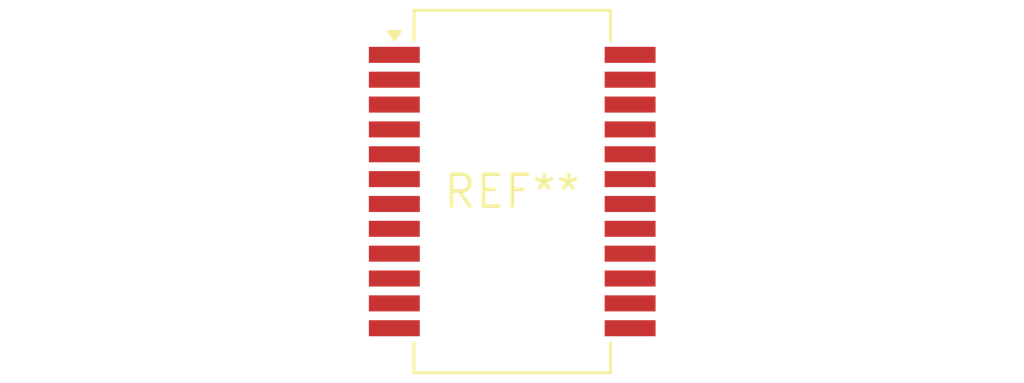
<source format=kicad_pcb>
(kicad_pcb (version 20240108) (generator pcbnew)
  (layers (0 "F.Cu" signal) (31 "B.Cu" signal) (34 "B.Paste" user) (35 "F.Paste" user) (36 "B.SilkS" user "B.Silkscreen") (37 "F.SilkS" user "F.Silkscreen") (38 "B.Mask" user) (39 "F.Mask" user) (44 "Edge.Cuts" user))
  (net 0 "")
  (footprint "Transformer_Ethernet_HALO_TG111-MSC13" (layer "F.Cu") (at 0 0)
    (property "Reference" "REF**")
    (property "Value" "Transformer_Ethernet_HALO_TG111-MSC13")
    (fp_line (start -3.92 6.03) (end -3.92 7.22) (layer "F.SilkS") (stroke (width 0.12)))
    (fp_line (start -3.92 7.22) (end 3.92 7.22) (layer "F.SilkS") (stroke (width 0.12)))
    (fp_line (start -3.91 -7.22) (end -3.91 -6.03) (layer "F.SilkS") (stroke (width 0.12)))
    (fp_line (start -3.91 -7.22) (end 3.91 -7.22) (layer "F.SilkS") (stroke (width 0.12)))
    (fp_line (start 3.92 -7.22) (end 3.92 -6.02) (layer "F.SilkS") (stroke (width 0.12)))
    (fp_line (start 3.92 6.03) (end 3.92 7.22) (layer "F.SilkS") (stroke (width 0.12)))
    (fp_poly (pts (xy -4.7 -6.05) (xy -4.94 -6.38) (xy -4.46 -6.38) (xy -4.7 -6.05)) (layer "F.SilkS") (stroke (width 0.12)) (fill solid))
    (pad "1" smd rect (at -4.699 -5.4483 270) (size 0.64 2.03) (layers "F.Cu" "F.Paste" "F.Mask"))
    (pad "2" smd rect (at -4.699 -4.4577 270) (size 0.64 2.03) (layers "F.Cu" "F.Paste" "F.Mask"))
    (pad "3" smd rect (at -4.699 -3.4671 270) (size 0.64 2.03) (layers "F.Cu" "F.Paste" "F.Mask"))
    (pad "4" smd rect (at -4.699 -2.4765 270) (size 0.64 2.03) (layers "F.Cu" "F.Paste" "F.Mask"))
    (pad "5" smd rect (at -4.699 -1.4859 270) (size 0.64 2.03) (layers "F.Cu" "F.Paste" "F.Mask"))
    (pad "6" smd rect (at -4.699 -0.4953 270) (size 0.64 2.03) (layers "F.Cu" "F.Paste" "F.Mask"))
    (pad "7" smd rect (at -4.699 0.4953 270) (size 0.64 2.03) (layers "F.Cu" "F.Paste" "F.Mask"))
    (pad "8" smd rect (at -4.699 1.4859 270) (size 0.64 2.03) (layers "F.Cu" "F.Paste" "F.Mask"))
    (pad "9" smd rect (at -4.699 2.4765 270) (size 0.64 2.03) (layers "F.Cu" "F.Paste" "F.Mask"))
    (pad "10" smd rect (at -4.699 3.4671 270) (size 0.64 2.03) (layers "F.Cu" "F.Paste" "F.Mask"))
    (pad "11" smd rect (at -4.699 4.4577 270) (size 0.64 2.03) (layers "F.Cu" "F.Paste" "F.Mask"))
    (pad "12" smd rect (at -4.699 5.4483 270) (size 0.64 2.03) (layers "F.Cu" "F.Paste" "F.Mask"))
    (pad "13" smd rect (at 4.699 5.4483 270) (size 0.64 2.03) (layers "F.Cu" "F.Paste" "F.Mask"))
    (pad "14" smd rect (at 4.699 4.4577 270) (size 0.64 2.03) (layers "F.Cu" "F.Paste" "F.Mask"))
    (pad "15" smd rect (at 4.699 3.4671 270) (size 0.64 2.03) (layers "F.Cu" "F.Paste" "F.Mask"))
    (pad "16" smd rect (at 4.699 2.4765 270) (size 0.64 2.03) (layers "F.Cu" "F.Paste" "F.Mask"))
    (pad "17" smd rect (at 4.699 1.4859 270) (size 0.64 2.03) (layers "F.Cu" "F.Paste" "F.Mask"))
    (pad "18" smd rect (at 4.699 0.4953 270) (size 0.64 2.03) (layers "F.Cu" "F.Paste" "F.Mask"))
    (pad "19" smd rect (at 4.699 -0.4953 270) (size 0.64 2.03) (layers "F.Cu" "F.Paste" "F.Mask"))
    (pad "20" smd rect (at 4.699 -1.4859 270) (size 0.64 2.03) (layers "F.Cu" "F.Paste" "F.Mask"))
    (pad "21" smd rect (at 4.699 -2.4765 270) (size 0.64 2.03) (layers "F.Cu" "F.Paste" "F.Mask"))
    (pad "22" smd rect (at 4.699 -3.4671 270) (size 0.64 2.03) (layers "F.Cu" "F.Paste" "F.Mask"))
    (pad "23" smd rect (at 4.699 -4.4577 270) (size 0.64 2.03) (layers "F.Cu" "F.Paste" "F.Mask"))
    (pad "24" smd rect (at 4.699 -5.4483 270) (size 0.64 2.03) (layers "F.Cu" "F.Paste" "F.Mask"))
  )
)
</source>
